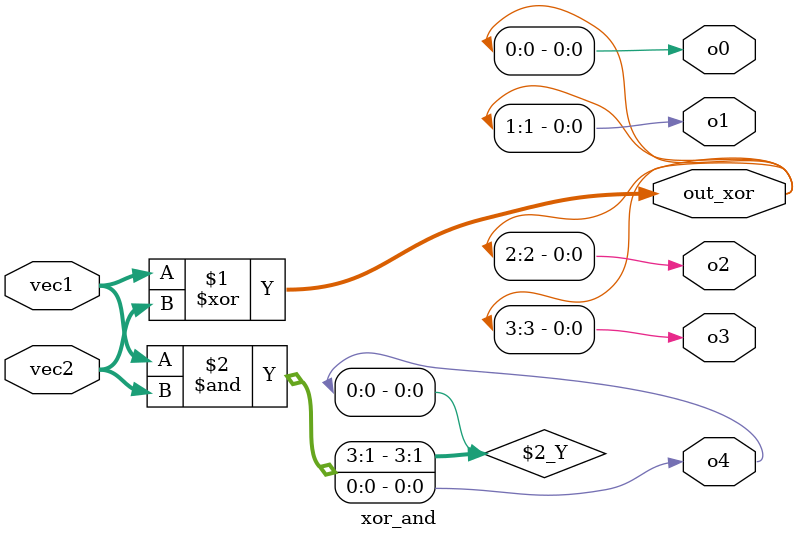
<source format=v>
module xor_and (
    input wire [3:0] vec1,
    input wire [3:0] vec2,
    output wire [3:0] out_xor,
    output wire o4,
    output wire o3,
    output wire o2,
    output wire o1,
    output wire o0
);

    assign out_xor = vec1 ^ vec2;
    assign o4 = vec1 & vec2;
    
    assign o3 = out_xor[3];
    assign o2 = out_xor[2];
    assign o1 = out_xor[1];
    assign o0 = out_xor[0];

endmodule
</source>
